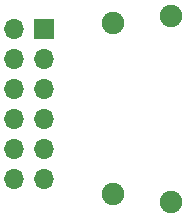
<source format=gbr>
G04 #@! TF.GenerationSoftware,KiCad,Pcbnew,5.99.0-unknown-8eca23aabe~115~ubuntu20.04.1*
G04 #@! TF.CreationDate,2021-02-02T12:21:53+00:00*
G04 #@! TF.ProjectId,dvi_pmod,6476695f-706d-46f6-942e-6b696361645f,rev?*
G04 #@! TF.SameCoordinates,Original*
G04 #@! TF.FileFunction,Soldermask,Bot*
G04 #@! TF.FilePolarity,Negative*
%FSLAX46Y46*%
G04 Gerber Fmt 4.6, Leading zero omitted, Abs format (unit mm)*
G04 Created by KiCad (PCBNEW 5.99.0-unknown-8eca23aabe~115~ubuntu20.04.1) date 2021-02-02 12:21:53*
%MOMM*%
%LPD*%
G01*
G04 APERTURE LIST*
%ADD10R,1.700000X1.700000*%
%ADD11O,1.700000X1.700000*%
%ADD12C,1.900000*%
G04 APERTURE END LIST*
D10*
X131445000Y-70000000D03*
D11*
X128905000Y-70000000D03*
X131445000Y-72540000D03*
X128905000Y-72540000D03*
X131445000Y-75080000D03*
X128905000Y-75080000D03*
X131445000Y-77620000D03*
X128905000Y-77620000D03*
X131445000Y-80160000D03*
X128905000Y-80160000D03*
X131445000Y-82700000D03*
X128905000Y-82700000D03*
D12*
X137262000Y-69500000D03*
X142162000Y-68900000D03*
X142162000Y-84600000D03*
X137262000Y-84000000D03*
M02*

</source>
